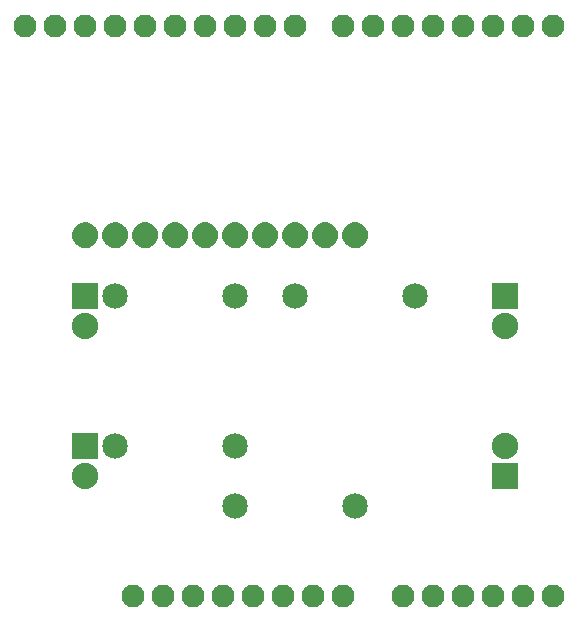
<source format=gbs>
G04 MADE WITH FRITZING*
G04 WWW.FRITZING.ORG*
G04 DOUBLE SIDED*
G04 HOLES PLATED*
G04 CONTOUR ON CENTER OF CONTOUR VECTOR*
%ASAXBY*%
%FSLAX23Y23*%
%MOIN*%
%OFA0B0*%
%SFA1.0B1.0*%
%ADD10C,0.088000*%
%ADD11C,0.085000*%
%ADD12C,0.076194*%
%ADD13C,0.076222*%
%ADD14R,0.088000X0.088000*%
%ADD15R,0.001000X0.001000*%
%LNMASK0*%
G90*
G70*
G54D10*
X1713Y480D03*
X1713Y580D03*
X313Y580D03*
X313Y480D03*
X1713Y1080D03*
X1713Y980D03*
X313Y1080D03*
X313Y980D03*
G54D11*
X413Y580D03*
X813Y580D03*
X413Y1080D03*
X813Y1080D03*
X1413Y1080D03*
X1013Y1080D03*
X1213Y380D03*
X813Y380D03*
G54D12*
X1473Y80D03*
X1573Y80D03*
X1673Y80D03*
X1773Y80D03*
X1873Y80D03*
G54D13*
X1013Y1980D03*
X913Y1980D03*
X813Y1980D03*
X713Y1980D03*
X613Y1980D03*
X513Y1980D03*
X413Y1980D03*
X313Y1980D03*
X213Y1980D03*
X113Y1980D03*
X1873Y1980D03*
X1773Y1980D03*
X1673Y1980D03*
X1573Y1980D03*
X1473Y1980D03*
X1373Y1980D03*
X1273Y1980D03*
X1173Y1980D03*
G54D12*
X573Y80D03*
X473Y80D03*
X673Y80D03*
X773Y80D03*
X873Y80D03*
X973Y80D03*
X1073Y80D03*
X1173Y80D03*
X1373Y80D03*
G54D14*
X1713Y480D03*
X313Y580D03*
X1713Y1080D03*
X313Y1080D03*
G54D15*
X311Y1325D02*
X314Y1325D01*
X411Y1325D02*
X414Y1325D01*
X511Y1325D02*
X514Y1325D01*
X611Y1325D02*
X614Y1325D01*
X711Y1325D02*
X714Y1325D01*
X811Y1325D02*
X814Y1325D01*
X911Y1325D02*
X914Y1325D01*
X1011Y1325D02*
X1014Y1325D01*
X1111Y1325D02*
X1114Y1325D01*
X1211Y1325D02*
X1214Y1325D01*
X305Y1324D02*
X321Y1324D01*
X405Y1324D02*
X421Y1324D01*
X504Y1324D02*
X521Y1324D01*
X604Y1324D02*
X621Y1324D01*
X704Y1324D02*
X721Y1324D01*
X804Y1324D02*
X821Y1324D01*
X904Y1324D02*
X921Y1324D01*
X1004Y1324D02*
X1021Y1324D01*
X1104Y1324D02*
X1121Y1324D01*
X1204Y1324D02*
X1221Y1324D01*
X301Y1323D02*
X324Y1323D01*
X401Y1323D02*
X424Y1323D01*
X501Y1323D02*
X524Y1323D01*
X601Y1323D02*
X624Y1323D01*
X701Y1323D02*
X724Y1323D01*
X801Y1323D02*
X824Y1323D01*
X901Y1323D02*
X924Y1323D01*
X1001Y1323D02*
X1024Y1323D01*
X1101Y1323D02*
X1124Y1323D01*
X1201Y1323D02*
X1224Y1323D01*
X299Y1322D02*
X327Y1322D01*
X399Y1322D02*
X427Y1322D01*
X499Y1322D02*
X527Y1322D01*
X598Y1322D02*
X627Y1322D01*
X698Y1322D02*
X727Y1322D01*
X798Y1322D02*
X827Y1322D01*
X898Y1322D02*
X927Y1322D01*
X998Y1322D02*
X1027Y1322D01*
X1098Y1322D02*
X1127Y1322D01*
X1198Y1322D02*
X1227Y1322D01*
X296Y1321D02*
X329Y1321D01*
X396Y1321D02*
X429Y1321D01*
X496Y1321D02*
X529Y1321D01*
X596Y1321D02*
X629Y1321D01*
X696Y1321D02*
X729Y1321D01*
X796Y1321D02*
X829Y1321D01*
X896Y1321D02*
X929Y1321D01*
X996Y1321D02*
X1029Y1321D01*
X1096Y1321D02*
X1129Y1321D01*
X1196Y1321D02*
X1229Y1321D01*
X294Y1320D02*
X331Y1320D01*
X394Y1320D02*
X431Y1320D01*
X494Y1320D02*
X531Y1320D01*
X594Y1320D02*
X631Y1320D01*
X694Y1320D02*
X731Y1320D01*
X794Y1320D02*
X831Y1320D01*
X894Y1320D02*
X931Y1320D01*
X994Y1320D02*
X1031Y1320D01*
X1094Y1320D02*
X1131Y1320D01*
X1194Y1320D02*
X1231Y1320D01*
X293Y1319D02*
X333Y1319D01*
X393Y1319D02*
X433Y1319D01*
X493Y1319D02*
X533Y1319D01*
X593Y1319D02*
X633Y1319D01*
X693Y1319D02*
X733Y1319D01*
X792Y1319D02*
X833Y1319D01*
X892Y1319D02*
X933Y1319D01*
X992Y1319D02*
X1033Y1319D01*
X1092Y1319D02*
X1133Y1319D01*
X1192Y1319D02*
X1233Y1319D01*
X291Y1318D02*
X335Y1318D01*
X391Y1318D02*
X435Y1318D01*
X491Y1318D02*
X535Y1318D01*
X591Y1318D02*
X635Y1318D01*
X691Y1318D02*
X734Y1318D01*
X791Y1318D02*
X834Y1318D01*
X891Y1318D02*
X934Y1318D01*
X991Y1318D02*
X1034Y1318D01*
X1091Y1318D02*
X1134Y1318D01*
X1191Y1318D02*
X1234Y1318D01*
X290Y1317D02*
X336Y1317D01*
X389Y1317D02*
X436Y1317D01*
X489Y1317D02*
X536Y1317D01*
X589Y1317D02*
X636Y1317D01*
X689Y1317D02*
X736Y1317D01*
X789Y1317D02*
X836Y1317D01*
X889Y1317D02*
X936Y1317D01*
X989Y1317D02*
X1036Y1317D01*
X1089Y1317D02*
X1136Y1317D01*
X1189Y1317D02*
X1236Y1317D01*
X288Y1316D02*
X337Y1316D01*
X388Y1316D02*
X437Y1316D01*
X488Y1316D02*
X537Y1316D01*
X588Y1316D02*
X637Y1316D01*
X688Y1316D02*
X737Y1316D01*
X788Y1316D02*
X837Y1316D01*
X888Y1316D02*
X937Y1316D01*
X988Y1316D02*
X1037Y1316D01*
X1088Y1316D02*
X1137Y1316D01*
X1188Y1316D02*
X1237Y1316D01*
X287Y1315D02*
X339Y1315D01*
X387Y1315D02*
X439Y1315D01*
X487Y1315D02*
X539Y1315D01*
X587Y1315D02*
X639Y1315D01*
X687Y1315D02*
X739Y1315D01*
X787Y1315D02*
X839Y1315D01*
X887Y1315D02*
X939Y1315D01*
X987Y1315D02*
X1039Y1315D01*
X1087Y1315D02*
X1138Y1315D01*
X1187Y1315D02*
X1238Y1315D01*
X286Y1314D02*
X340Y1314D01*
X386Y1314D02*
X440Y1314D01*
X486Y1314D02*
X540Y1314D01*
X586Y1314D02*
X640Y1314D01*
X686Y1314D02*
X740Y1314D01*
X786Y1314D02*
X840Y1314D01*
X886Y1314D02*
X940Y1314D01*
X986Y1314D02*
X1040Y1314D01*
X1086Y1314D02*
X1140Y1314D01*
X1185Y1314D02*
X1240Y1314D01*
X285Y1313D02*
X341Y1313D01*
X385Y1313D02*
X441Y1313D01*
X485Y1313D02*
X541Y1313D01*
X585Y1313D02*
X641Y1313D01*
X685Y1313D02*
X741Y1313D01*
X785Y1313D02*
X841Y1313D01*
X884Y1313D02*
X941Y1313D01*
X984Y1313D02*
X1041Y1313D01*
X1084Y1313D02*
X1141Y1313D01*
X1184Y1313D02*
X1241Y1313D01*
X284Y1312D02*
X342Y1312D01*
X384Y1312D02*
X442Y1312D01*
X484Y1312D02*
X542Y1312D01*
X583Y1312D02*
X642Y1312D01*
X683Y1312D02*
X742Y1312D01*
X783Y1312D02*
X842Y1312D01*
X883Y1312D02*
X942Y1312D01*
X983Y1312D02*
X1042Y1312D01*
X1083Y1312D02*
X1142Y1312D01*
X1183Y1312D02*
X1242Y1312D01*
X283Y1311D02*
X343Y1311D01*
X383Y1311D02*
X443Y1311D01*
X483Y1311D02*
X543Y1311D01*
X582Y1311D02*
X643Y1311D01*
X682Y1311D02*
X743Y1311D01*
X782Y1311D02*
X843Y1311D01*
X882Y1311D02*
X943Y1311D01*
X982Y1311D02*
X1043Y1311D01*
X1082Y1311D02*
X1143Y1311D01*
X1182Y1311D02*
X1243Y1311D01*
X282Y1310D02*
X344Y1310D01*
X382Y1310D02*
X444Y1310D01*
X482Y1310D02*
X544Y1310D01*
X582Y1310D02*
X644Y1310D01*
X682Y1310D02*
X744Y1310D01*
X782Y1310D02*
X844Y1310D01*
X881Y1310D02*
X944Y1310D01*
X981Y1310D02*
X1044Y1310D01*
X1081Y1310D02*
X1144Y1310D01*
X1181Y1310D02*
X1244Y1310D01*
X281Y1309D02*
X345Y1309D01*
X381Y1309D02*
X445Y1309D01*
X481Y1309D02*
X545Y1309D01*
X581Y1309D02*
X645Y1309D01*
X681Y1309D02*
X745Y1309D01*
X781Y1309D02*
X845Y1309D01*
X881Y1309D02*
X945Y1309D01*
X981Y1309D02*
X1045Y1309D01*
X1081Y1309D02*
X1145Y1309D01*
X1180Y1309D02*
X1245Y1309D01*
X280Y1308D02*
X346Y1308D01*
X380Y1308D02*
X446Y1308D01*
X480Y1308D02*
X546Y1308D01*
X580Y1308D02*
X646Y1308D01*
X680Y1308D02*
X746Y1308D01*
X780Y1308D02*
X846Y1308D01*
X880Y1308D02*
X946Y1308D01*
X980Y1308D02*
X1046Y1308D01*
X1080Y1308D02*
X1146Y1308D01*
X1180Y1308D02*
X1246Y1308D01*
X279Y1307D02*
X347Y1307D01*
X379Y1307D02*
X447Y1307D01*
X479Y1307D02*
X546Y1307D01*
X579Y1307D02*
X646Y1307D01*
X679Y1307D02*
X746Y1307D01*
X779Y1307D02*
X846Y1307D01*
X879Y1307D02*
X946Y1307D01*
X979Y1307D02*
X1046Y1307D01*
X1079Y1307D02*
X1146Y1307D01*
X1179Y1307D02*
X1246Y1307D01*
X278Y1306D02*
X347Y1306D01*
X378Y1306D02*
X447Y1306D01*
X478Y1306D02*
X547Y1306D01*
X578Y1306D02*
X647Y1306D01*
X678Y1306D02*
X747Y1306D01*
X778Y1306D02*
X847Y1306D01*
X878Y1306D02*
X947Y1306D01*
X978Y1306D02*
X1047Y1306D01*
X1078Y1306D02*
X1147Y1306D01*
X1178Y1306D02*
X1247Y1306D01*
X278Y1305D02*
X348Y1305D01*
X378Y1305D02*
X448Y1305D01*
X478Y1305D02*
X548Y1305D01*
X577Y1305D02*
X648Y1305D01*
X677Y1305D02*
X748Y1305D01*
X777Y1305D02*
X848Y1305D01*
X877Y1305D02*
X948Y1305D01*
X977Y1305D02*
X1048Y1305D01*
X1077Y1305D02*
X1148Y1305D01*
X1177Y1305D02*
X1248Y1305D01*
X277Y1304D02*
X349Y1304D01*
X377Y1304D02*
X449Y1304D01*
X477Y1304D02*
X549Y1304D01*
X577Y1304D02*
X649Y1304D01*
X677Y1304D02*
X749Y1304D01*
X777Y1304D02*
X849Y1304D01*
X877Y1304D02*
X949Y1304D01*
X977Y1304D02*
X1049Y1304D01*
X1077Y1304D02*
X1149Y1304D01*
X1177Y1304D02*
X1248Y1304D01*
X276Y1303D02*
X349Y1303D01*
X376Y1303D02*
X449Y1303D01*
X476Y1303D02*
X549Y1303D01*
X576Y1303D02*
X649Y1303D01*
X676Y1303D02*
X749Y1303D01*
X776Y1303D02*
X849Y1303D01*
X876Y1303D02*
X949Y1303D01*
X976Y1303D02*
X1049Y1303D01*
X1076Y1303D02*
X1149Y1303D01*
X1176Y1303D02*
X1249Y1303D01*
X276Y1302D02*
X350Y1302D01*
X376Y1302D02*
X450Y1302D01*
X476Y1302D02*
X550Y1302D01*
X576Y1302D02*
X650Y1302D01*
X676Y1302D02*
X750Y1302D01*
X776Y1302D02*
X850Y1302D01*
X875Y1302D02*
X950Y1302D01*
X975Y1302D02*
X1050Y1302D01*
X1075Y1302D02*
X1150Y1302D01*
X1175Y1302D02*
X1250Y1302D01*
X275Y1301D02*
X351Y1301D01*
X375Y1301D02*
X451Y1301D01*
X475Y1301D02*
X551Y1301D01*
X575Y1301D02*
X651Y1301D01*
X675Y1301D02*
X750Y1301D01*
X775Y1301D02*
X850Y1301D01*
X875Y1301D02*
X950Y1301D01*
X975Y1301D02*
X1050Y1301D01*
X1075Y1301D02*
X1150Y1301D01*
X1175Y1301D02*
X1250Y1301D01*
X275Y1300D02*
X351Y1300D01*
X374Y1300D02*
X451Y1300D01*
X474Y1300D02*
X551Y1300D01*
X574Y1300D02*
X651Y1300D01*
X674Y1300D02*
X751Y1300D01*
X774Y1300D02*
X851Y1300D01*
X874Y1300D02*
X951Y1300D01*
X974Y1300D02*
X1051Y1300D01*
X1074Y1300D02*
X1151Y1300D01*
X1174Y1300D02*
X1251Y1300D01*
X274Y1299D02*
X352Y1299D01*
X374Y1299D02*
X452Y1299D01*
X474Y1299D02*
X552Y1299D01*
X574Y1299D02*
X652Y1299D01*
X674Y1299D02*
X752Y1299D01*
X774Y1299D02*
X851Y1299D01*
X874Y1299D02*
X951Y1299D01*
X974Y1299D02*
X1051Y1299D01*
X1074Y1299D02*
X1151Y1299D01*
X1174Y1299D02*
X1251Y1299D01*
X273Y1298D02*
X352Y1298D01*
X373Y1298D02*
X452Y1298D01*
X473Y1298D02*
X552Y1298D01*
X573Y1298D02*
X652Y1298D01*
X673Y1298D02*
X752Y1298D01*
X773Y1298D02*
X852Y1298D01*
X873Y1298D02*
X952Y1298D01*
X973Y1298D02*
X1052Y1298D01*
X1073Y1298D02*
X1152Y1298D01*
X1173Y1298D02*
X1252Y1298D01*
X273Y1297D02*
X353Y1297D01*
X373Y1297D02*
X453Y1297D01*
X473Y1297D02*
X553Y1297D01*
X573Y1297D02*
X653Y1297D01*
X673Y1297D02*
X752Y1297D01*
X773Y1297D02*
X852Y1297D01*
X873Y1297D02*
X952Y1297D01*
X973Y1297D02*
X1052Y1297D01*
X1073Y1297D02*
X1152Y1297D01*
X1173Y1297D02*
X1252Y1297D01*
X273Y1296D02*
X353Y1296D01*
X373Y1296D02*
X453Y1296D01*
X473Y1296D02*
X553Y1296D01*
X573Y1296D02*
X653Y1296D01*
X673Y1296D02*
X753Y1296D01*
X773Y1296D02*
X853Y1296D01*
X872Y1296D02*
X953Y1296D01*
X972Y1296D02*
X1053Y1296D01*
X1072Y1296D02*
X1153Y1296D01*
X1172Y1296D02*
X1253Y1296D01*
X272Y1295D02*
X353Y1295D01*
X372Y1295D02*
X453Y1295D01*
X472Y1295D02*
X553Y1295D01*
X572Y1295D02*
X653Y1295D01*
X672Y1295D02*
X753Y1295D01*
X772Y1295D02*
X853Y1295D01*
X872Y1295D02*
X953Y1295D01*
X972Y1295D02*
X1053Y1295D01*
X1072Y1295D02*
X1153Y1295D01*
X1172Y1295D02*
X1253Y1295D01*
X272Y1294D02*
X354Y1294D01*
X372Y1294D02*
X454Y1294D01*
X472Y1294D02*
X554Y1294D01*
X572Y1294D02*
X654Y1294D01*
X672Y1294D02*
X754Y1294D01*
X772Y1294D02*
X854Y1294D01*
X872Y1294D02*
X954Y1294D01*
X972Y1294D02*
X1054Y1294D01*
X1072Y1294D02*
X1154Y1294D01*
X1172Y1294D02*
X1254Y1294D01*
X272Y1293D02*
X354Y1293D01*
X371Y1293D02*
X454Y1293D01*
X471Y1293D02*
X554Y1293D01*
X571Y1293D02*
X654Y1293D01*
X671Y1293D02*
X754Y1293D01*
X771Y1293D02*
X854Y1293D01*
X871Y1293D02*
X954Y1293D01*
X971Y1293D02*
X1054Y1293D01*
X1071Y1293D02*
X1154Y1293D01*
X1171Y1293D02*
X1254Y1293D01*
X271Y1292D02*
X354Y1292D01*
X371Y1292D02*
X454Y1292D01*
X471Y1292D02*
X554Y1292D01*
X571Y1292D02*
X654Y1292D01*
X671Y1292D02*
X754Y1292D01*
X771Y1292D02*
X854Y1292D01*
X871Y1292D02*
X954Y1292D01*
X971Y1292D02*
X1054Y1292D01*
X1071Y1292D02*
X1154Y1292D01*
X1171Y1292D02*
X1254Y1292D01*
X271Y1291D02*
X355Y1291D01*
X371Y1291D02*
X455Y1291D01*
X471Y1291D02*
X555Y1291D01*
X571Y1291D02*
X655Y1291D01*
X671Y1291D02*
X755Y1291D01*
X771Y1291D02*
X855Y1291D01*
X871Y1291D02*
X955Y1291D01*
X971Y1291D02*
X1055Y1291D01*
X1071Y1291D02*
X1154Y1291D01*
X1171Y1291D02*
X1254Y1291D01*
X271Y1290D02*
X355Y1290D01*
X371Y1290D02*
X455Y1290D01*
X471Y1290D02*
X555Y1290D01*
X571Y1290D02*
X655Y1290D01*
X671Y1290D02*
X755Y1290D01*
X771Y1290D02*
X855Y1290D01*
X870Y1290D02*
X955Y1290D01*
X970Y1290D02*
X1055Y1290D01*
X1070Y1290D02*
X1155Y1290D01*
X1170Y1290D02*
X1255Y1290D01*
X270Y1289D02*
X355Y1289D01*
X370Y1289D02*
X455Y1289D01*
X470Y1289D02*
X555Y1289D01*
X570Y1289D02*
X655Y1289D01*
X670Y1289D02*
X755Y1289D01*
X770Y1289D02*
X855Y1289D01*
X870Y1289D02*
X955Y1289D01*
X970Y1289D02*
X1055Y1289D01*
X1070Y1289D02*
X1155Y1289D01*
X1170Y1289D02*
X1255Y1289D01*
X270Y1288D02*
X355Y1288D01*
X370Y1288D02*
X455Y1288D01*
X470Y1288D02*
X555Y1288D01*
X570Y1288D02*
X655Y1288D01*
X670Y1288D02*
X755Y1288D01*
X770Y1288D02*
X855Y1288D01*
X870Y1288D02*
X955Y1288D01*
X970Y1288D02*
X1055Y1288D01*
X1070Y1288D02*
X1155Y1288D01*
X1170Y1288D02*
X1255Y1288D01*
X270Y1287D02*
X356Y1287D01*
X370Y1287D02*
X456Y1287D01*
X470Y1287D02*
X555Y1287D01*
X570Y1287D02*
X655Y1287D01*
X670Y1287D02*
X755Y1287D01*
X770Y1287D02*
X855Y1287D01*
X870Y1287D02*
X955Y1287D01*
X970Y1287D02*
X1055Y1287D01*
X1070Y1287D02*
X1155Y1287D01*
X1170Y1287D02*
X1255Y1287D01*
X270Y1286D02*
X356Y1286D01*
X370Y1286D02*
X456Y1286D01*
X470Y1286D02*
X556Y1286D01*
X570Y1286D02*
X656Y1286D01*
X670Y1286D02*
X756Y1286D01*
X770Y1286D02*
X856Y1286D01*
X870Y1286D02*
X956Y1286D01*
X970Y1286D02*
X1056Y1286D01*
X1070Y1286D02*
X1156Y1286D01*
X1170Y1286D02*
X1255Y1286D01*
X270Y1285D02*
X356Y1285D01*
X370Y1285D02*
X456Y1285D01*
X470Y1285D02*
X556Y1285D01*
X570Y1285D02*
X656Y1285D01*
X670Y1285D02*
X756Y1285D01*
X770Y1285D02*
X856Y1285D01*
X870Y1285D02*
X956Y1285D01*
X970Y1285D02*
X1056Y1285D01*
X1070Y1285D02*
X1156Y1285D01*
X1170Y1285D02*
X1256Y1285D01*
X270Y1284D02*
X356Y1284D01*
X370Y1284D02*
X456Y1284D01*
X470Y1284D02*
X556Y1284D01*
X570Y1284D02*
X656Y1284D01*
X670Y1284D02*
X756Y1284D01*
X770Y1284D02*
X856Y1284D01*
X870Y1284D02*
X956Y1284D01*
X970Y1284D02*
X1056Y1284D01*
X1070Y1284D02*
X1156Y1284D01*
X1169Y1284D02*
X1256Y1284D01*
X270Y1283D02*
X356Y1283D01*
X370Y1283D02*
X456Y1283D01*
X470Y1283D02*
X556Y1283D01*
X570Y1283D02*
X656Y1283D01*
X670Y1283D02*
X756Y1283D01*
X770Y1283D02*
X856Y1283D01*
X870Y1283D02*
X956Y1283D01*
X969Y1283D02*
X1056Y1283D01*
X1069Y1283D02*
X1156Y1283D01*
X1169Y1283D02*
X1256Y1283D01*
X270Y1282D02*
X356Y1282D01*
X370Y1282D02*
X456Y1282D01*
X470Y1282D02*
X556Y1282D01*
X570Y1282D02*
X656Y1282D01*
X670Y1282D02*
X756Y1282D01*
X769Y1282D02*
X856Y1282D01*
X869Y1282D02*
X956Y1282D01*
X969Y1282D02*
X1056Y1282D01*
X1069Y1282D02*
X1156Y1282D01*
X1169Y1282D02*
X1256Y1282D01*
X270Y1281D02*
X356Y1281D01*
X370Y1281D02*
X456Y1281D01*
X470Y1281D02*
X556Y1281D01*
X570Y1281D02*
X656Y1281D01*
X669Y1281D02*
X756Y1281D01*
X769Y1281D02*
X856Y1281D01*
X869Y1281D02*
X956Y1281D01*
X969Y1281D02*
X1056Y1281D01*
X1069Y1281D02*
X1156Y1281D01*
X1169Y1281D02*
X1256Y1281D01*
X270Y1280D02*
X356Y1280D01*
X370Y1280D02*
X456Y1280D01*
X470Y1280D02*
X556Y1280D01*
X570Y1280D02*
X656Y1280D01*
X670Y1280D02*
X756Y1280D01*
X770Y1280D02*
X856Y1280D01*
X869Y1280D02*
X956Y1280D01*
X969Y1280D02*
X1056Y1280D01*
X1069Y1280D02*
X1156Y1280D01*
X1169Y1280D02*
X1256Y1280D01*
X270Y1279D02*
X356Y1279D01*
X370Y1279D02*
X456Y1279D01*
X470Y1279D02*
X556Y1279D01*
X570Y1279D02*
X656Y1279D01*
X670Y1279D02*
X756Y1279D01*
X770Y1279D02*
X856Y1279D01*
X870Y1279D02*
X956Y1279D01*
X970Y1279D02*
X1056Y1279D01*
X1070Y1279D02*
X1156Y1279D01*
X1169Y1279D02*
X1256Y1279D01*
X270Y1278D02*
X356Y1278D01*
X370Y1278D02*
X456Y1278D01*
X470Y1278D02*
X556Y1278D01*
X570Y1278D02*
X656Y1278D01*
X670Y1278D02*
X756Y1278D01*
X770Y1278D02*
X856Y1278D01*
X870Y1278D02*
X956Y1278D01*
X970Y1278D02*
X1056Y1278D01*
X1070Y1278D02*
X1156Y1278D01*
X1170Y1278D02*
X1256Y1278D01*
X270Y1277D02*
X356Y1277D01*
X370Y1277D02*
X456Y1277D01*
X470Y1277D02*
X556Y1277D01*
X570Y1277D02*
X656Y1277D01*
X670Y1277D02*
X756Y1277D01*
X770Y1277D02*
X856Y1277D01*
X870Y1277D02*
X956Y1277D01*
X970Y1277D02*
X1056Y1277D01*
X1070Y1277D02*
X1156Y1277D01*
X1170Y1277D02*
X1256Y1277D01*
X270Y1276D02*
X356Y1276D01*
X370Y1276D02*
X456Y1276D01*
X470Y1276D02*
X556Y1276D01*
X570Y1276D02*
X656Y1276D01*
X670Y1276D02*
X755Y1276D01*
X770Y1276D02*
X855Y1276D01*
X870Y1276D02*
X955Y1276D01*
X970Y1276D02*
X1055Y1276D01*
X1070Y1276D02*
X1155Y1276D01*
X1170Y1276D02*
X1255Y1276D01*
X270Y1275D02*
X355Y1275D01*
X370Y1275D02*
X455Y1275D01*
X470Y1275D02*
X555Y1275D01*
X570Y1275D02*
X655Y1275D01*
X670Y1275D02*
X755Y1275D01*
X770Y1275D02*
X855Y1275D01*
X870Y1275D02*
X955Y1275D01*
X970Y1275D02*
X1055Y1275D01*
X1070Y1275D02*
X1155Y1275D01*
X1170Y1275D02*
X1255Y1275D01*
X270Y1274D02*
X355Y1274D01*
X370Y1274D02*
X455Y1274D01*
X470Y1274D02*
X555Y1274D01*
X570Y1274D02*
X655Y1274D01*
X670Y1274D02*
X755Y1274D01*
X770Y1274D02*
X855Y1274D01*
X870Y1274D02*
X955Y1274D01*
X970Y1274D02*
X1055Y1274D01*
X1070Y1274D02*
X1155Y1274D01*
X1170Y1274D02*
X1255Y1274D01*
X271Y1273D02*
X355Y1273D01*
X371Y1273D02*
X455Y1273D01*
X471Y1273D02*
X555Y1273D01*
X570Y1273D02*
X655Y1273D01*
X670Y1273D02*
X755Y1273D01*
X770Y1273D02*
X855Y1273D01*
X870Y1273D02*
X955Y1273D01*
X970Y1273D02*
X1055Y1273D01*
X1070Y1273D02*
X1155Y1273D01*
X1170Y1273D02*
X1255Y1273D01*
X271Y1272D02*
X355Y1272D01*
X371Y1272D02*
X455Y1272D01*
X471Y1272D02*
X555Y1272D01*
X571Y1272D02*
X655Y1272D01*
X671Y1272D02*
X755Y1272D01*
X771Y1272D02*
X855Y1272D01*
X871Y1272D02*
X955Y1272D01*
X971Y1272D02*
X1055Y1272D01*
X1071Y1272D02*
X1155Y1272D01*
X1171Y1272D02*
X1255Y1272D01*
X271Y1271D02*
X354Y1271D01*
X371Y1271D02*
X454Y1271D01*
X471Y1271D02*
X554Y1271D01*
X571Y1271D02*
X654Y1271D01*
X671Y1271D02*
X754Y1271D01*
X771Y1271D02*
X854Y1271D01*
X871Y1271D02*
X954Y1271D01*
X971Y1271D02*
X1054Y1271D01*
X1071Y1271D02*
X1154Y1271D01*
X1171Y1271D02*
X1254Y1271D01*
X271Y1270D02*
X354Y1270D01*
X371Y1270D02*
X454Y1270D01*
X471Y1270D02*
X554Y1270D01*
X571Y1270D02*
X654Y1270D01*
X671Y1270D02*
X754Y1270D01*
X771Y1270D02*
X854Y1270D01*
X871Y1270D02*
X954Y1270D01*
X971Y1270D02*
X1054Y1270D01*
X1071Y1270D02*
X1154Y1270D01*
X1171Y1270D02*
X1254Y1270D01*
X272Y1269D02*
X354Y1269D01*
X372Y1269D02*
X454Y1269D01*
X472Y1269D02*
X554Y1269D01*
X572Y1269D02*
X654Y1269D01*
X672Y1269D02*
X754Y1269D01*
X772Y1269D02*
X854Y1269D01*
X872Y1269D02*
X954Y1269D01*
X972Y1269D02*
X1054Y1269D01*
X1072Y1269D02*
X1154Y1269D01*
X1171Y1269D02*
X1254Y1269D01*
X272Y1268D02*
X353Y1268D01*
X372Y1268D02*
X453Y1268D01*
X472Y1268D02*
X553Y1268D01*
X572Y1268D02*
X653Y1268D01*
X672Y1268D02*
X753Y1268D01*
X772Y1268D02*
X853Y1268D01*
X872Y1268D02*
X953Y1268D01*
X972Y1268D02*
X1053Y1268D01*
X1072Y1268D02*
X1153Y1268D01*
X1172Y1268D02*
X1253Y1268D01*
X273Y1267D02*
X353Y1267D01*
X372Y1267D02*
X453Y1267D01*
X472Y1267D02*
X553Y1267D01*
X572Y1267D02*
X653Y1267D01*
X672Y1267D02*
X753Y1267D01*
X772Y1267D02*
X853Y1267D01*
X872Y1267D02*
X953Y1267D01*
X972Y1267D02*
X1053Y1267D01*
X1072Y1267D02*
X1153Y1267D01*
X1172Y1267D02*
X1253Y1267D01*
X273Y1266D02*
X353Y1266D01*
X373Y1266D02*
X453Y1266D01*
X473Y1266D02*
X553Y1266D01*
X573Y1266D02*
X653Y1266D01*
X673Y1266D02*
X753Y1266D01*
X773Y1266D02*
X853Y1266D01*
X873Y1266D02*
X953Y1266D01*
X973Y1266D02*
X1053Y1266D01*
X1073Y1266D02*
X1152Y1266D01*
X1173Y1266D02*
X1252Y1266D01*
X273Y1265D02*
X352Y1265D01*
X373Y1265D02*
X452Y1265D01*
X473Y1265D02*
X552Y1265D01*
X573Y1265D02*
X652Y1265D01*
X673Y1265D02*
X752Y1265D01*
X773Y1265D02*
X852Y1265D01*
X873Y1265D02*
X952Y1265D01*
X973Y1265D02*
X1052Y1265D01*
X1073Y1265D02*
X1152Y1265D01*
X1173Y1265D02*
X1252Y1265D01*
X274Y1264D02*
X352Y1264D01*
X374Y1264D02*
X452Y1264D01*
X474Y1264D02*
X552Y1264D01*
X574Y1264D02*
X652Y1264D01*
X674Y1264D02*
X752Y1264D01*
X774Y1264D02*
X852Y1264D01*
X874Y1264D02*
X952Y1264D01*
X974Y1264D02*
X1052Y1264D01*
X1074Y1264D02*
X1152Y1264D01*
X1174Y1264D02*
X1252Y1264D01*
X274Y1263D02*
X351Y1263D01*
X374Y1263D02*
X451Y1263D01*
X474Y1263D02*
X551Y1263D01*
X574Y1263D02*
X651Y1263D01*
X674Y1263D02*
X751Y1263D01*
X774Y1263D02*
X851Y1263D01*
X874Y1263D02*
X951Y1263D01*
X974Y1263D02*
X1051Y1263D01*
X1074Y1263D02*
X1151Y1263D01*
X1174Y1263D02*
X1251Y1263D01*
X275Y1262D02*
X351Y1262D01*
X375Y1262D02*
X451Y1262D01*
X475Y1262D02*
X551Y1262D01*
X575Y1262D02*
X651Y1262D01*
X675Y1262D02*
X751Y1262D01*
X775Y1262D02*
X851Y1262D01*
X875Y1262D02*
X951Y1262D01*
X975Y1262D02*
X1051Y1262D01*
X1075Y1262D02*
X1151Y1262D01*
X1175Y1262D02*
X1250Y1262D01*
X275Y1261D02*
X350Y1261D01*
X375Y1261D02*
X450Y1261D01*
X475Y1261D02*
X550Y1261D01*
X575Y1261D02*
X650Y1261D01*
X675Y1261D02*
X750Y1261D01*
X775Y1261D02*
X850Y1261D01*
X875Y1261D02*
X950Y1261D01*
X975Y1261D02*
X1050Y1261D01*
X1075Y1261D02*
X1150Y1261D01*
X1175Y1261D02*
X1250Y1261D01*
X276Y1260D02*
X350Y1260D01*
X376Y1260D02*
X449Y1260D01*
X476Y1260D02*
X549Y1260D01*
X576Y1260D02*
X649Y1260D01*
X676Y1260D02*
X749Y1260D01*
X776Y1260D02*
X849Y1260D01*
X876Y1260D02*
X949Y1260D01*
X976Y1260D02*
X1049Y1260D01*
X1076Y1260D02*
X1149Y1260D01*
X1176Y1260D02*
X1249Y1260D01*
X277Y1259D02*
X349Y1259D01*
X377Y1259D02*
X449Y1259D01*
X477Y1259D02*
X549Y1259D01*
X577Y1259D02*
X649Y1259D01*
X677Y1259D02*
X749Y1259D01*
X777Y1259D02*
X849Y1259D01*
X877Y1259D02*
X949Y1259D01*
X977Y1259D02*
X1049Y1259D01*
X1077Y1259D02*
X1149Y1259D01*
X1177Y1259D02*
X1249Y1259D01*
X277Y1258D02*
X348Y1258D01*
X377Y1258D02*
X448Y1258D01*
X477Y1258D02*
X548Y1258D01*
X577Y1258D02*
X648Y1258D01*
X677Y1258D02*
X748Y1258D01*
X777Y1258D02*
X848Y1258D01*
X877Y1258D02*
X948Y1258D01*
X977Y1258D02*
X1048Y1258D01*
X1077Y1258D02*
X1148Y1258D01*
X1177Y1258D02*
X1248Y1258D01*
X278Y1257D02*
X348Y1257D01*
X378Y1257D02*
X447Y1257D01*
X478Y1257D02*
X547Y1257D01*
X578Y1257D02*
X647Y1257D01*
X678Y1257D02*
X747Y1257D01*
X778Y1257D02*
X847Y1257D01*
X878Y1257D02*
X947Y1257D01*
X978Y1257D02*
X1047Y1257D01*
X1078Y1257D02*
X1147Y1257D01*
X1178Y1257D02*
X1247Y1257D01*
X279Y1256D02*
X347Y1256D01*
X379Y1256D02*
X447Y1256D01*
X479Y1256D02*
X547Y1256D01*
X579Y1256D02*
X647Y1256D01*
X679Y1256D02*
X747Y1256D01*
X779Y1256D02*
X847Y1256D01*
X879Y1256D02*
X947Y1256D01*
X979Y1256D02*
X1047Y1256D01*
X1079Y1256D02*
X1147Y1256D01*
X1179Y1256D02*
X1247Y1256D01*
X280Y1255D02*
X346Y1255D01*
X380Y1255D02*
X446Y1255D01*
X480Y1255D02*
X546Y1255D01*
X580Y1255D02*
X646Y1255D01*
X680Y1255D02*
X746Y1255D01*
X780Y1255D02*
X846Y1255D01*
X879Y1255D02*
X946Y1255D01*
X979Y1255D02*
X1046Y1255D01*
X1079Y1255D02*
X1146Y1255D01*
X1179Y1255D02*
X1246Y1255D01*
X280Y1254D02*
X345Y1254D01*
X380Y1254D02*
X445Y1254D01*
X480Y1254D02*
X545Y1254D01*
X580Y1254D02*
X645Y1254D01*
X680Y1254D02*
X745Y1254D01*
X780Y1254D02*
X845Y1254D01*
X880Y1254D02*
X945Y1254D01*
X980Y1254D02*
X1045Y1254D01*
X1080Y1254D02*
X1145Y1254D01*
X1180Y1254D02*
X1245Y1254D01*
X281Y1253D02*
X344Y1253D01*
X381Y1253D02*
X444Y1253D01*
X481Y1253D02*
X544Y1253D01*
X581Y1253D02*
X644Y1253D01*
X681Y1253D02*
X744Y1253D01*
X781Y1253D02*
X844Y1253D01*
X881Y1253D02*
X944Y1253D01*
X981Y1253D02*
X1044Y1253D01*
X1081Y1253D02*
X1144Y1253D01*
X1181Y1253D02*
X1244Y1253D01*
X282Y1252D02*
X343Y1252D01*
X382Y1252D02*
X443Y1252D01*
X482Y1252D02*
X543Y1252D01*
X582Y1252D02*
X643Y1252D01*
X682Y1252D02*
X743Y1252D01*
X782Y1252D02*
X843Y1252D01*
X882Y1252D02*
X943Y1252D01*
X982Y1252D02*
X1043Y1252D01*
X1082Y1252D02*
X1143Y1252D01*
X1182Y1252D02*
X1243Y1252D01*
X283Y1251D02*
X342Y1251D01*
X383Y1251D02*
X442Y1251D01*
X483Y1251D02*
X542Y1251D01*
X583Y1251D02*
X642Y1251D01*
X683Y1251D02*
X742Y1251D01*
X783Y1251D02*
X842Y1251D01*
X883Y1251D02*
X942Y1251D01*
X983Y1251D02*
X1042Y1251D01*
X1083Y1251D02*
X1142Y1251D01*
X1183Y1251D02*
X1242Y1251D01*
X284Y1250D02*
X341Y1250D01*
X384Y1250D02*
X441Y1250D01*
X484Y1250D02*
X541Y1250D01*
X584Y1250D02*
X641Y1250D01*
X684Y1250D02*
X741Y1250D01*
X784Y1250D02*
X841Y1250D01*
X884Y1250D02*
X941Y1250D01*
X984Y1250D02*
X1041Y1250D01*
X1084Y1250D02*
X1141Y1250D01*
X1184Y1250D02*
X1241Y1250D01*
X285Y1249D02*
X340Y1249D01*
X385Y1249D02*
X440Y1249D01*
X485Y1249D02*
X540Y1249D01*
X585Y1249D02*
X640Y1249D01*
X685Y1249D02*
X740Y1249D01*
X785Y1249D02*
X840Y1249D01*
X885Y1249D02*
X940Y1249D01*
X985Y1249D02*
X1040Y1249D01*
X1085Y1249D02*
X1140Y1249D01*
X1185Y1249D02*
X1240Y1249D01*
X287Y1248D02*
X339Y1248D01*
X387Y1248D02*
X439Y1248D01*
X487Y1248D02*
X539Y1248D01*
X587Y1248D02*
X639Y1248D01*
X686Y1248D02*
X739Y1248D01*
X786Y1248D02*
X839Y1248D01*
X886Y1248D02*
X939Y1248D01*
X986Y1248D02*
X1039Y1248D01*
X1086Y1248D02*
X1139Y1248D01*
X1186Y1248D02*
X1239Y1248D01*
X288Y1247D02*
X338Y1247D01*
X388Y1247D02*
X438Y1247D01*
X488Y1247D02*
X538Y1247D01*
X588Y1247D02*
X638Y1247D01*
X688Y1247D02*
X738Y1247D01*
X788Y1247D02*
X838Y1247D01*
X888Y1247D02*
X938Y1247D01*
X988Y1247D02*
X1038Y1247D01*
X1088Y1247D02*
X1138Y1247D01*
X1188Y1247D02*
X1238Y1247D01*
X289Y1246D02*
X336Y1246D01*
X389Y1246D02*
X436Y1246D01*
X489Y1246D02*
X536Y1246D01*
X589Y1246D02*
X636Y1246D01*
X689Y1246D02*
X736Y1246D01*
X789Y1246D02*
X836Y1246D01*
X889Y1246D02*
X936Y1246D01*
X989Y1246D02*
X1036Y1246D01*
X1089Y1246D02*
X1136Y1246D01*
X1189Y1246D02*
X1236Y1246D01*
X291Y1245D02*
X335Y1245D01*
X391Y1245D02*
X435Y1245D01*
X491Y1245D02*
X535Y1245D01*
X591Y1245D02*
X635Y1245D01*
X691Y1245D02*
X735Y1245D01*
X790Y1245D02*
X835Y1245D01*
X890Y1245D02*
X935Y1245D01*
X990Y1245D02*
X1035Y1245D01*
X1090Y1245D02*
X1135Y1245D01*
X1190Y1245D02*
X1235Y1245D01*
X292Y1244D02*
X333Y1244D01*
X392Y1244D02*
X433Y1244D01*
X492Y1244D02*
X533Y1244D01*
X592Y1244D02*
X633Y1244D01*
X692Y1244D02*
X733Y1244D01*
X792Y1244D02*
X833Y1244D01*
X892Y1244D02*
X933Y1244D01*
X992Y1244D02*
X1033Y1244D01*
X1092Y1244D02*
X1133Y1244D01*
X1192Y1244D02*
X1233Y1244D01*
X294Y1243D02*
X332Y1243D01*
X394Y1243D02*
X432Y1243D01*
X494Y1243D02*
X532Y1243D01*
X594Y1243D02*
X632Y1243D01*
X694Y1243D02*
X732Y1243D01*
X794Y1243D02*
X832Y1243D01*
X894Y1243D02*
X932Y1243D01*
X994Y1243D02*
X1032Y1243D01*
X1094Y1243D02*
X1132Y1243D01*
X1194Y1243D02*
X1232Y1243D01*
X296Y1242D02*
X330Y1242D01*
X396Y1242D02*
X430Y1242D01*
X496Y1242D02*
X530Y1242D01*
X596Y1242D02*
X630Y1242D01*
X696Y1242D02*
X730Y1242D01*
X796Y1242D02*
X830Y1242D01*
X896Y1242D02*
X930Y1242D01*
X996Y1242D02*
X1030Y1242D01*
X1096Y1242D02*
X1130Y1242D01*
X1196Y1242D02*
X1230Y1242D01*
X298Y1241D02*
X328Y1241D01*
X398Y1241D02*
X428Y1241D01*
X498Y1241D02*
X528Y1241D01*
X598Y1241D02*
X628Y1241D01*
X698Y1241D02*
X728Y1241D01*
X798Y1241D02*
X828Y1241D01*
X898Y1241D02*
X928Y1241D01*
X998Y1241D02*
X1028Y1241D01*
X1098Y1241D02*
X1128Y1241D01*
X1198Y1241D02*
X1227Y1241D01*
X300Y1240D02*
X325Y1240D01*
X400Y1240D02*
X425Y1240D01*
X500Y1240D02*
X525Y1240D01*
X600Y1240D02*
X625Y1240D01*
X700Y1240D02*
X725Y1240D01*
X800Y1240D02*
X825Y1240D01*
X900Y1240D02*
X925Y1240D01*
X1000Y1240D02*
X1025Y1240D01*
X1100Y1240D02*
X1125Y1240D01*
X1200Y1240D02*
X1225Y1240D01*
X304Y1239D02*
X322Y1239D01*
X404Y1239D02*
X422Y1239D01*
X504Y1239D02*
X522Y1239D01*
X604Y1239D02*
X622Y1239D01*
X704Y1239D02*
X722Y1239D01*
X804Y1239D02*
X822Y1239D01*
X903Y1239D02*
X922Y1239D01*
X1003Y1239D02*
X1022Y1239D01*
X1103Y1239D02*
X1122Y1239D01*
X1203Y1239D02*
X1222Y1239D01*
X308Y1238D02*
X317Y1238D01*
X408Y1238D02*
X417Y1238D01*
X508Y1238D02*
X517Y1238D01*
X608Y1238D02*
X617Y1238D01*
X708Y1238D02*
X717Y1238D01*
X808Y1238D02*
X817Y1238D01*
X908Y1238D02*
X917Y1238D01*
X1008Y1238D02*
X1017Y1238D01*
X1108Y1238D02*
X1117Y1238D01*
X1208Y1238D02*
X1217Y1238D01*
D02*
G04 End of Mask0*
M02*
</source>
